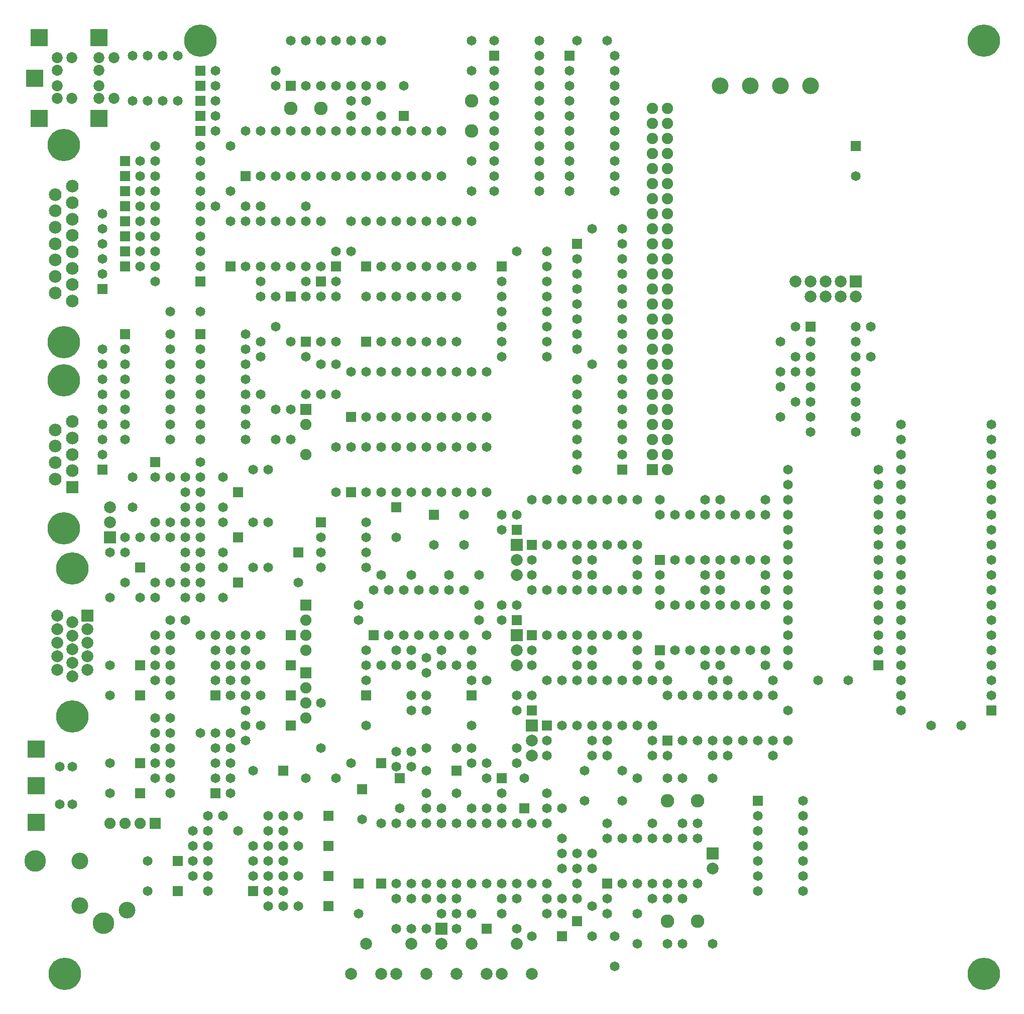
<source format=gts>
G04*
G04  File:            TOPBOARD-V5.3.0.GTS, Sat Oct 04 01:36:21 2025*
G04  Source:          P-CAD 2006 PCB, Version 19.02.958, (D:\PCAD-2006\Projects\Pentagon-4096\Hardware\TopBoard-v5.3.0.PCB)*
G04  Format:          Gerber Format (RS-274-D), ASCII*
G04*
G04  Format Options:  Absolute Positioning*
G04                   Leading-Zero Suppression*
G04                   Scale Factor 1:1*
G04                   NO Circular Interpolation*
G04                   Inch Units*
G04                   Numeric Format: 4.4 (XXXX.XXXX)*
G04                   G54 NOT Used for Aperture Change*
G04                   Apertures Embedded*
G04*
G04  File Options:    Offset = (0.0mil,0.0mil)*
G04                   Drill Symbol Size = 80.0mil*
G04                   No Pad/Via Holes*
G04*
G04  File Contents:   Pads*
G04                   No Vias*
G04                   No Designators*
G04                   No Types*
G04                   No Values*
G04                   No Drill Symbols*
G04                   Top Mask*
G04*
%INTOPBOARD-V5.3.0.GTS*%
%ICAS*%
%MOIN*%
G04*
G04  Aperture MACROs for general use --- invoked via D-code assignment *
G04*
G04  General MACRO for flashed round with rotation and/or offset hole *
%AMROTOFFROUND*
1,1,$1,0.0000,0.0000*
1,0,$2,$3,$4*%
G04*
G04  General MACRO for flashed oval (obround) with rotation and/or offset hole *
%AMROTOFFOVAL*
21,1,$1,$2,0.0000,0.0000,$3*
1,1,$4,$5,$6*
1,1,$4,0-$5,0-$6*
1,0,$7,$8,$9*%
G04*
G04  General MACRO for flashed oval (obround) with rotation and no hole *
%AMROTOVALNOHOLE*
21,1,$1,$2,0.0000,0.0000,$3*
1,1,$4,$5,$6*
1,1,$4,0-$5,0-$6*%
G04*
G04  General MACRO for flashed rectangle with rotation and/or offset hole *
%AMROTOFFRECT*
21,1,$1,$2,0.0000,0.0000,$3*
1,0,$4,$5,$6*%
G04*
G04  General MACRO for flashed rectangle with rotation and no hole *
%AMROTRECTNOHOLE*
21,1,$1,$2,0.0000,0.0000,$3*%
G04*
G04  General MACRO for flashed rounded-rectangle *
%AMROUNDRECT*
21,1,$1,$2-$4,0.0000,0.0000,$3*
21,1,$1-$4,$2,0.0000,0.0000,$3*
1,1,$4,$5,$6*
1,1,$4,$7,$8*
1,1,$4,0-$5,0-$6*
1,1,$4,0-$7,0-$8*
1,0,$9,$10,$11*%
G04*
G04  General MACRO for flashed rounded-rectangle with rotation and no hole *
%AMROUNDRECTNOHOLE*
21,1,$1,$2-$4,0.0000,0.0000,$3*
21,1,$1-$4,$2,0.0000,0.0000,$3*
1,1,$4,$5,$6*
1,1,$4,$7,$8*
1,1,$4,0-$5,0-$6*
1,1,$4,0-$7,0-$8*%
G04*
G04  General MACRO for flashed regular polygon *
%AMREGPOLY*
5,1,$1,0.0000,0.0000,$2,$3+$4*
1,0,$5,$6,$7*%
G04*
G04  General MACRO for flashed regular polygon with no hole *
%AMREGPOLYNOHOLE*
5,1,$1,0.0000,0.0000,$2,$3+$4*%
G04*
G04  General MACRO for target *
%AMTARGET*
6,0,0,$1,$2,$3,4,$4,$5,$6*%
G04*
G04  General MACRO for mounting hole *
%AMMTHOLE*
1,1,$1,0,0*
1,0,$2,0,0*
$1=$1-$2*
$1=$1/2*
21,1,$2+$1,$3,0,0,$4*
21,1,$3,$2+$1,0,0,$4*%
G04*
G04*
G04  D10 : "Ellipse X10.0mil Y10.0mil H0.0mil 0.0deg (0.0mil,0.0mil) Draw"*
G04  Disc: OuterDia=0.0100*
%ADD10C, 0.0100*%
G04  D11 : "Ellipse X15.0mil Y15.0mil H0.0mil 0.0deg (0.0mil,0.0mil) Draw"*
G04  Disc: OuterDia=0.0150*
%ADD11C, 0.0150*%
G04  D12 : "Ellipse X16.0mil Y16.0mil H0.0mil 0.0deg (0.0mil,0.0mil) Draw"*
G04  Disc: OuterDia=0.0160*
%ADD12C, 0.0160*%
G04  D13 : "Ellipse X20.0mil Y20.0mil H0.0mil 0.0deg (0.0mil,0.0mil) Draw"*
G04  Disc: OuterDia=0.0200*
%ADD13C, 0.0200*%
G04  D14 : "Ellipse X25.0mil Y25.0mil H0.0mil 0.0deg (0.0mil,0.0mil) Draw"*
G04  Disc: OuterDia=0.0250*
%ADD14C, 0.0250*%
G04  D15 : "Ellipse X30.0mil Y30.0mil H0.0mil 0.0deg (0.0mil,0.0mil) Draw"*
G04  Disc: OuterDia=0.0300*
%ADD15C, 0.0300*%
G04  D16 : "Ellipse X40.0mil Y40.0mil H0.0mil 0.0deg (0.0mil,0.0mil) Draw"*
G04  Disc: OuterDia=0.0400*
%ADD16C, 0.0400*%
G04  D17 : "Ellipse X5.0mil Y5.0mil H0.0mil 0.0deg (0.0mil,0.0mil) Draw"*
G04  Disc: OuterDia=0.0050*
%ADD17C, 0.0050*%
G04  D18 : "Ellipse X6.0mil Y6.0mil H0.0mil 0.0deg (0.0mil,0.0mil) Draw"*
G04  Disc: OuterDia=0.0060*
%ADD18C, 0.0060*%
G04  D19 : "Ellipse X8.0mil Y8.0mil H0.0mil 0.0deg (0.0mil,0.0mil) Draw"*
G04  Disc: OuterDia=0.0080*
%ADD19C, 0.0080*%
G04  D20 : "Ellipse X9.8mil Y9.8mil H0.0mil 0.0deg (0.0mil,0.0mil) Draw"*
G04  Disc: OuterDia=0.0098*
%ADD20C, 0.0098*%
G04  D21 : "Ellipse X9.8mil Y9.8mil H0.0mil 0.0deg (0.0mil,0.0mil) Draw"*
G04  Disc: OuterDia=0.0098*
%ADD21C, 0.0098*%
G04  D22 : "Ellipse X111.0mil Y111.0mil H0.0mil 0.0deg (0.0mil,0.0mil) Flash"*
G04  Disc: OuterDia=0.1110*
%ADD22C, 0.1110*%
G04  D23 : "Ellipse X128.0mil Y128.0mil H0.0mil 0.0deg (0.0mil,0.0mil) Flash"*
G04  Disc: OuterDia=0.1280*
%ADD23C, 0.1280*%
G04  D24 : "Ellipse X143.0mil Y143.0mil H0.0mil 0.0deg (0.0mil,0.0mil) Flash"*
G04  Disc: OuterDia=0.1430*
%ADD24C, 0.1430*%
G04  D25 : "Ellipse X200.0mil Y200.0mil H0.0mil 0.0deg (0.0mil,0.0mil) Flash"*
G04  Disc: OuterDia=0.2000*
%ADD25C, 0.2000*%
G04  D26 : "Ellipse X215.0mil Y215.0mil H0.0mil 0.0deg (0.0mil,0.0mil) Flash"*
G04  Disc: OuterDia=0.2150*
%ADD26C, 0.2150*%
G04  D27 : "Ellipse X50.0mil Y50.0mil H0.0mil 0.0deg (0.0mil,0.0mil) Flash"*
G04  Disc: OuterDia=0.0500*
%ADD27C, 0.0500*%
G04  D28 : "Ellipse X58.0mil Y58.0mil H0.0mil 0.0deg (0.0mil,0.0mil) Flash"*
G04  Disc: OuterDia=0.0580*
%ADD28C, 0.0580*%
G04  D29 : "Ellipse X60.0mil Y60.0mil H0.0mil 0.0deg (0.0mil,0.0mil) Flash"*
G04  Disc: OuterDia=0.0600*
%ADD29C, 0.0600*%
G04  D30 : "Ellipse X64.0mil Y64.0mil H0.0mil 0.0deg (0.0mil,0.0mil) Flash"*
G04  Disc: OuterDia=0.0640*
%ADD30C, 0.0640*%
G04  D31 : "Ellipse X65.0mil Y65.0mil H0.0mil 0.0deg (0.0mil,0.0mil) Flash"*
G04  Disc: OuterDia=0.0650*
%ADD31C, 0.0650*%
G04  D32 : "Ellipse X69.0mil Y69.0mil H0.0mil 0.0deg (0.0mil,0.0mil) Flash"*
G04  Disc: OuterDia=0.0690*
%ADD32C, 0.0690*%
G04  D33 : "Ellipse X73.0mil Y73.0mil H0.0mil 0.0deg (0.0mil,0.0mil) Flash"*
G04  Disc: OuterDia=0.0730*
%ADD33C, 0.0730*%
G04  D34 : "Ellipse X75.0mil Y75.0mil H0.0mil 0.0deg (0.0mil,0.0mil) Flash"*
G04  Disc: OuterDia=0.0750*
%ADD34C, 0.0750*%
G04  D35 : "Ellipse X79.0mil Y79.0mil H0.0mil 0.0deg (0.0mil,0.0mil) Flash"*
G04  Disc: OuterDia=0.0790*
%ADD35C, 0.0790*%
G04  D36 : "Ellipse X84.0mil Y84.0mil H0.0mil 0.0deg (0.0mil,0.0mil) Flash"*
G04  Disc: OuterDia=0.0840*
%ADD36C, 0.0840*%
G04  D37 : "Ellipse X90.0mil Y90.0mil H0.0mil 0.0deg (0.0mil,0.0mil) Flash"*
G04  Disc: OuterDia=0.0900*
%ADD37C, 0.0900*%
G04  D38 : "Ellipse X96.0mil Y96.0mil H0.0mil 0.0deg (0.0mil,0.0mil) Flash"*
G04  Disc: OuterDia=0.0960*
%ADD38C, 0.0960*%
G04  D39 : "Rectangle X114.0mil Y114.0mil H0.0mil 0.0deg (0.0mil,0.0mil) Flash"*
G04  Square: Side=0.1140, Rotation=0.0, OffsetX=0.0000, OffsetY=0.0000, HoleDia=0.0000*
%ADD39R, 0.1140 X0.1140*%
G04  D40 : "Rectangle X50.0mil Y50.0mil H0.0mil 0.0deg (0.0mil,0.0mil) Flash"*
G04  Square: Side=0.0500, Rotation=0.0, OffsetX=0.0000, OffsetY=0.0000, HoleDia=0.0000*
%ADD40R, 0.0500 X0.0500*%
G04  D41 : "Rectangle X60.0mil Y60.0mil H0.0mil 0.0deg (0.0mil,0.0mil) Flash"*
G04  Square: Side=0.0600, Rotation=0.0, OffsetX=0.0000, OffsetY=0.0000, HoleDia=0.0000*
%ADD41R, 0.0600 X0.0600*%
G04  D42 : "Rectangle X64.0mil Y64.0mil H0.0mil 0.0deg (0.0mil,0.0mil) Flash"*
G04  Square: Side=0.0640, Rotation=0.0, OffsetX=0.0000, OffsetY=0.0000, HoleDia=0.0000*
%ADD42R, 0.0640 X0.0640*%
G04  D43 : "Rectangle X65.0mil Y65.0mil H0.0mil 0.0deg (0.0mil,0.0mil) Flash"*
G04  Square: Side=0.0650, Rotation=0.0, OffsetX=0.0000, OffsetY=0.0000, HoleDia=0.0000*
%ADD43R, 0.0650 X0.0650*%
G04  D44 : "Rectangle X69.0mil Y69.0mil H0.0mil 0.0deg (0.0mil,0.0mil) Flash"*
G04  Square: Side=0.0690, Rotation=0.0, OffsetX=0.0000, OffsetY=0.0000, HoleDia=0.0000*
%ADD44R, 0.0690 X0.0690*%
G04  D45 : "Rectangle X75.0mil Y75.0mil H0.0mil 0.0deg (0.0mil,0.0mil) Flash"*
G04  Square: Side=0.0750, Rotation=0.0, OffsetX=0.0000, OffsetY=0.0000, HoleDia=0.0000*
%ADD45R, 0.0750 X0.0750*%
G04  D46 : "Rectangle X79.0mil Y79.0mil H0.0mil 0.0deg (0.0mil,0.0mil) Flash"*
G04  Square: Side=0.0790, Rotation=0.0, OffsetX=0.0000, OffsetY=0.0000, HoleDia=0.0000*
%ADD46R, 0.0790 X0.0790*%
G04  D47 : "Rectangle X84.0mil Y84.0mil H0.0mil 0.0deg (0.0mil,0.0mil) Flash"*
G04  Square: Side=0.0840, Rotation=0.0, OffsetX=0.0000, OffsetY=0.0000, HoleDia=0.0000*
%ADD47R, 0.0840 X0.0840*%
G04  D48 : "Rectangle X99.0mil Y99.0mil H0.0mil 0.0deg (0.0mil,0.0mil) Flash"*
G04  Square: Side=0.0990, Rotation=0.0, OffsetX=0.0000, OffsetY=0.0000, HoleDia=0.0000*
%ADD48R, 0.0990 X0.0990*%
G04  D49 : "Ellipse X30.0mil Y30.0mil H0.0mil 0.0deg (0.0mil,0.0mil) Flash"*
G04  Disc: OuterDia=0.0300*
%ADD49C, 0.0300*%
G04  D50 : "Ellipse X45.0mil Y45.0mil H0.0mil 0.0deg (0.0mil,0.0mil) Flash"*
G04  Disc: OuterDia=0.0450*
%ADD50C, 0.0450*%
G04*
%FSLAX44Y44*%
%SFA1B1*%
%OFA0.0000B0.0000*%
G04*
G70*
G90*
G01*
D2*
%LNTop Mask*%
D31*
X110000Y175000D3*
Y176000D3*
X108500Y188500D3*
Y186500D3*
X118000Y198500D3*
Y200500D3*
X129500Y182000D3*
X131500D3*
X131000Y209500D3*
Y207500D3*
X151500Y192500D3*
Y194500D3*
Y197500D3*
Y195500D3*
X110000Y171500D3*
Y170500D3*
Y177000D3*
Y178000D3*
X109000Y180500D3*
X110000D3*
Y188500D3*
Y185500D3*
X109500Y216500D3*
Y213500D3*
X108500Y216500D3*
Y213500D3*
X112500Y162000D3*
Y163000D3*
Y164000D3*
Y165000D3*
X111500Y216500D3*
Y213500D3*
X115000Y167500D3*
Y168500D3*
Y174000D3*
Y175000D3*
Y210500D3*
Y207500D3*
X119000Y193000D3*
Y191000D3*
X118000Y193000D3*
Y191000D3*
D43*
X119000Y200500D3*
D31*
Y197500D3*
X121000Y170500D3*
Y173500D3*
X122000Y187500D3*
Y190500D3*
Y200500D3*
Y197500D3*
X121000D3*
Y200500D3*
Y194000D3*
Y196000D3*
X122000Y194000D3*
Y196000D3*
X127000Y158500D3*
Y160500D3*
X128000Y158500D3*
Y160500D3*
X127000Y177000D3*
Y176000D3*
X130000Y158500D3*
Y159500D3*
X130500Y186000D3*
Y184000D3*
D37*
X131000Y211500D3*
Y213500D3*
D31*
X134000Y158500D3*
Y160500D3*
X133000Y167500D3*
Y166500D3*
Y179000D3*
Y180000D3*
X134000Y173000D3*
Y174000D3*
X137000Y164500D3*
Y166500D3*
X136000D3*
Y167500D3*
X137000Y163500D3*
Y162500D3*
X139000Y163500D3*
Y162500D3*
X142000Y178000D3*
Y181000D3*
X143000Y172000D3*
Y175000D3*
X142000Y184000D3*
Y187000D3*
X152000Y171000D3*
Y173000D3*
X157500Y196500D3*
Y198500D3*
X106500Y190000D3*
Y191000D3*
Y193000D3*
Y194000D3*
Y196000D3*
Y197000D3*
D43*
Y189000D3*
D31*
Y192000D3*
Y195000D3*
X107000Y180500D3*
Y183500D3*
X106500Y203000D3*
Y202000D3*
Y205000D3*
Y206000D3*
D43*
Y201000D3*
D31*
Y204000D3*
X110000Y168500D3*
Y169500D3*
Y181500D3*
Y184500D3*
X115000Y169500D3*
Y170500D3*
X131000Y166500D3*
Y169500D3*
Y215500D3*
Y217500D3*
D43*
X109000Y169500D3*
D31*
X107000D3*
X117500Y160000D3*
X118500D3*
X117500Y164000D3*
X118500D3*
X117500Y166000D3*
X118500D3*
X114500D3*
X113500D3*
X111000Y171500D3*
X113000D3*
X116000Y176000D3*
Y175000D3*
X114000Y178000D3*
X115000D3*
X113000D3*
X111000D3*
X112000Y181500D3*
X113000D3*
X112000Y184500D3*
X113000D3*
X112000Y187500D3*
X113000D3*
X120000Y194000D3*
X117000D3*
Y196500D3*
X120000D3*
X111000Y199500D3*
X113000D3*
X117000Y201500D3*
X120000D3*
D43*
X113000Y211500D3*
D31*
X114000D3*
X118000Y215500D3*
Y214500D3*
D43*
X113000D3*
D31*
X114000D3*
D26*
X113000Y217500D3*
D31*
X133000Y160500D3*
X130000D3*
D43*
X123500Y161500D3*
D31*
Y159500D3*
D43*
X125000Y169500D3*
D31*
X123000D3*
X125000Y176000D3*
X126000D3*
X124000Y175000D3*
Y176000D3*
X130000D3*
X129000D3*
X127000Y182000D3*
X125000D3*
X142000Y157500D3*
X144000D3*
X140000Y159500D3*
X142000D3*
X143000Y160500D3*
X140000D3*
X136000D3*
X137000D3*
X143000Y165500D3*
X140000D3*
X142000Y168500D3*
X144000D3*
X143000Y170000D3*
X140000D3*
X139000D3*
X136000D3*
X142000Y176000D3*
X139000D3*
X138000D3*
X135000D3*
X142000Y182000D3*
X139000D3*
X138000D3*
X135000D3*
X141000Y196000D3*
X139000D3*
Y205000D3*
X141000D3*
X138000Y217500D3*
X140000D3*
X148000Y170000D3*
X151000D3*
X148000Y175000D3*
X151000D3*
X147500Y176000D3*
X150500D3*
X156000Y175000D3*
X154000D3*
X147500Y182000D3*
X150500D3*
X147500Y181000D3*
X150500D3*
X147500Y187000D3*
X150500D3*
X163500Y172000D3*
X161500D3*
D26*
X165000Y217500D3*
X104000Y155500D3*
D43*
X109000Y167500D3*
D31*
X107000D3*
D43*
X109000Y174000D3*
D31*
X107000D3*
D43*
X109000Y176000D3*
D31*
X107000D3*
D35*
Y186500D3*
D46*
Y184500D3*
D35*
Y185500D3*
D31*
X117500Y162000D3*
X118500D3*
X117500Y165000D3*
X118500D3*
X115500D3*
X113500D3*
X116500Y163000D3*
Y164000D3*
D43*
Y161000D3*
D31*
X113500Y163000D3*
Y164000D3*
Y161000D3*
X116500Y162000D3*
X113500D3*
X116000Y178000D3*
Y177000D3*
Y174000D3*
Y173000D3*
Y172000D3*
Y171000D3*
X114000Y171500D3*
X115000D3*
Y176000D3*
Y177000D3*
X112000Y179000D3*
X111000D3*
X113000Y180500D3*
X112000D3*
D43*
X119000Y178000D3*
D31*
X117000D3*
D43*
X119000Y176000D3*
D31*
X117000D3*
D43*
X119000Y174000D3*
D31*
X117000D3*
D43*
X119000Y172000D3*
D31*
X117000D3*
X114000Y176000D3*
Y177000D3*
D43*
Y174000D3*
D31*
X111000Y176000D3*
Y177000D3*
Y174000D3*
X114000Y175000D3*
X111000D3*
X114500Y185500D3*
Y183500D3*
D43*
X115500Y184500D3*
D31*
X114500Y188500D3*
Y186500D3*
D43*
X115500Y187500D3*
D31*
X113000Y183500D3*
X112000D3*
Y185500D3*
X113000D3*
Y186500D3*
X112000D3*
Y188500D3*
X113000D3*
X111000D3*
Y185500D3*
X116500Y182500D3*
X117500D3*
X116500Y185500D3*
X117500D3*
X116500Y189000D3*
X117500D3*
D43*
X110000Y189500D3*
D31*
X113000D3*
X117000Y197500D3*
Y200500D3*
D43*
X120000Y197500D3*
D31*
Y200500D3*
X110500Y216500D3*
Y213500D3*
X120000Y206500D3*
X117000D3*
X116000D3*
X114000D3*
D43*
X113000Y212500D3*
D31*
X114000D3*
D43*
X113000Y213500D3*
D31*
X114000D3*
D43*
X113000Y215500D3*
D31*
X114000D3*
D43*
X132000Y158500D3*
D31*
X133000Y159500D3*
X131000D3*
X126000Y158500D3*
Y160500D3*
X128000Y167500D3*
X130000D3*
X132000Y168500D3*
Y166500D3*
D43*
X126250Y168500D3*
D31*
Y166500D3*
D43*
X123750Y167750D3*
D31*
Y165750D3*
X129000Y159500D3*
Y160500D3*
X128000Y166500D3*
X129000D3*
X128000Y174000D3*
Y173000D3*
Y175500D3*
Y176500D3*
X127000Y174000D3*
Y173000D3*
X126000Y177000D3*
X124000D3*
D43*
Y174000D3*
D31*
Y172000D3*
X129000Y177000D3*
X131000D3*
D43*
Y174000D3*
D31*
Y172000D3*
X128000Y170500D3*
X130000D3*
X123500Y179000D3*
Y180000D3*
X126000Y170250D3*
X127000D3*
X132000Y175000D3*
Y178000D3*
X131000Y175000D3*
Y176000D3*
X128500Y178000D3*
X129500D3*
X126500D3*
X125500D3*
X129500Y181000D3*
X128500D3*
X125500D3*
X126500D3*
X127500Y178000D3*
X130500D3*
D43*
X124500D3*
D31*
X130500Y181000D3*
X127500D3*
X124500D3*
D43*
X126000Y186500D3*
D31*
Y184500D3*
D43*
X128500Y186000D3*
D31*
Y184000D3*
X131000Y187500D3*
X132000D3*
X128000D3*
X129000D3*
X125000D3*
X126000D3*
D43*
X123000D3*
D31*
X131000Y190500D3*
X132000D3*
X128000D3*
X129000D3*
X125000D3*
X126000D3*
X123000D3*
X130000Y187500D3*
X127000D3*
X124000D3*
X130000Y190500D3*
X127000D3*
X124000D3*
X128000Y197500D3*
X129000D3*
X126000D3*
X125000D3*
X129000Y200500D3*
X128000D3*
X125000D3*
X126000D3*
X127000Y197500D3*
X130000D3*
D43*
X124000D3*
D31*
X130000Y200500D3*
X127000D3*
X124000D3*
X123000Y213500D3*
X124000D3*
X125000Y212500D3*
X123000D3*
D43*
X126500D3*
D31*
Y214500D3*
D43*
X138000Y159000D3*
D31*
X139000Y158000D3*
Y160000D3*
X141000Y169000D3*
Y167000D3*
X136000Y159500D3*
X137000D3*
X138000Y160500D3*
Y161500D3*
Y162500D3*
Y163500D3*
X143000Y171000D3*
X140000D3*
X139000D3*
X136000D3*
X142000Y177000D3*
X139000D3*
X138000D3*
X135000D3*
D43*
Y173000D3*
D31*
Y174000D3*
X139000Y178000D3*
X140000D3*
X137000D3*
X136000D3*
X140000Y181000D3*
X139000D3*
X136000D3*
X137000D3*
X138000Y178000D3*
X141000D3*
D43*
X135000D3*
D31*
X141000Y181000D3*
X138000D3*
X135000D3*
X140000Y172000D3*
X141000D3*
X138000D3*
X137000D3*
X141000Y175000D3*
X140000D3*
X137000D3*
X138000D3*
X139000Y172000D3*
X142000D3*
D43*
X136000D3*
D31*
X142000Y175000D3*
X139000D3*
X136000D3*
X142000Y183000D3*
X139000D3*
X138000D3*
X135000D3*
X139000Y184000D3*
X140000D3*
X137000D3*
X136000D3*
X140000Y187000D3*
X139000D3*
X136000D3*
X137000D3*
X138000Y184000D3*
X141000D3*
D43*
X135000D3*
D31*
X141000Y187000D3*
X138000D3*
X135000D3*
X134000Y203500D3*
X136000D3*
X138000Y197000D3*
Y200000D3*
Y199000D3*
Y202000D3*
Y203000D3*
X141000Y197000D3*
Y199000D3*
Y200000D3*
Y203000D3*
Y202000D3*
X138000Y201000D3*
Y198000D3*
D43*
Y204000D3*
D31*
X141000Y198000D3*
Y201000D3*
Y204000D3*
X137500Y208500D3*
Y207500D3*
Y211500D3*
Y210500D3*
Y214500D3*
Y213500D3*
D43*
Y216500D3*
D31*
X140500Y208500D3*
Y207500D3*
Y211500D3*
Y210500D3*
Y214500D3*
Y213500D3*
Y216500D3*
X137500Y209500D3*
Y212500D3*
Y215500D3*
X140500Y209500D3*
Y212500D3*
Y215500D3*
X150000Y163000D3*
Y162000D3*
Y165000D3*
Y166000D3*
X153000Y162000D3*
Y163000D3*
Y166000D3*
Y165000D3*
X150000Y164000D3*
Y161000D3*
D43*
Y167000D3*
D31*
X153000Y161000D3*
Y164000D3*
Y167000D3*
D35*
X147000Y162500D3*
D46*
Y163500D3*
D31*
X152500Y196500D3*
Y198500D3*
D26*
X165000Y155500D3*
D31*
X104500Y166750D3*
X103687D3*
D39*
X102125Y168000D3*
Y170437D3*
D31*
X103687Y169250D3*
X104500D3*
D39*
X102125Y165562D3*
D36*
X103381Y190544D3*
Y191634D3*
Y188364D3*
Y189454D3*
X104501Y191089D3*
Y192179D3*
Y188909D3*
D47*
Y187819D3*
D36*
Y189999D3*
D26*
X103944Y194912D3*
Y185075D3*
D35*
X103500Y179300D3*
Y178400D3*
X104500Y178850D3*
Y177950D3*
X103500Y176600D3*
Y175700D3*
X104500Y177050D3*
Y176150D3*
Y175250D3*
X105500Y178400D3*
D46*
Y179300D3*
D35*
Y176600D3*
Y175700D3*
X103500Y177500D3*
X105500Y177499D3*
D26*
X104500Y182412D3*
Y172575D3*
D33*
X107279Y216338D3*
X104484D3*
X107279Y213661D3*
X104484D3*
X103500Y216338D3*
Y215511D3*
X106295Y216338D3*
Y215511D3*
X103500Y214488D3*
Y213661D3*
X106295Y214488D3*
Y213661D3*
D39*
X102003Y215000D3*
X102318Y217677D3*
Y212322D3*
X106295Y217677D3*
Y212322D3*
D31*
X114500Y182500D3*
Y180500D3*
D43*
X115500Y181500D3*
D31*
X112000Y182500D3*
X113000D3*
X111000Y184500D3*
Y181500D3*
D43*
X119500Y183500D3*
D31*
Y181500D3*
D43*
X118500Y169000D3*
D31*
X116500D3*
D34*
X120000Y192000D3*
D45*
Y193000D3*
D34*
Y190000D3*
D31*
X113000Y191000D3*
Y194000D3*
Y193000D3*
Y196000D3*
Y197000D3*
X116000Y191000D3*
Y193000D3*
Y194000D3*
Y197000D3*
Y196000D3*
X113000Y195000D3*
Y192000D3*
D43*
Y198000D3*
D31*
X116000Y192000D3*
Y195000D3*
Y198000D3*
X114000Y169500D3*
Y170500D3*
D43*
Y167500D3*
D31*
X111000Y169500D3*
Y170500D3*
Y167500D3*
X114000Y168500D3*
X111000D3*
X113000Y209500D3*
Y210500D3*
Y206500D3*
Y207500D3*
Y203500D3*
Y204500D3*
D43*
Y201500D3*
D31*
X110000Y209500D3*
Y210500D3*
Y206500D3*
Y207500D3*
Y203500D3*
Y204500D3*
Y201500D3*
X113000Y208500D3*
Y205500D3*
Y202500D3*
X110000Y208500D3*
Y205500D3*
Y202500D3*
D35*
X130000Y155500D3*
X132000D3*
X131000Y157500D3*
D31*
X126000Y169250D3*
X127000D3*
D35*
X126000Y155500D3*
X128000D3*
X127000Y157500D3*
X123000Y155500D3*
X125000D3*
X124000Y157500D3*
D31*
X131500Y179000D3*
Y180000D3*
D43*
X130000Y169000D3*
D31*
X128000D3*
D35*
X129000Y157500D3*
D46*
Y158500D3*
D31*
X131000Y192500D3*
X132000D3*
X128000D3*
X129000D3*
X125000D3*
X126000D3*
D43*
X123000D3*
D31*
X131000Y195500D3*
X132000D3*
X128000D3*
X129000D3*
X125000D3*
X126000D3*
X123000D3*
X130000Y192500D3*
X127000D3*
X124000D3*
X130000Y195500D3*
X127000D3*
X124000D3*
X123000Y203500D3*
Y205500D3*
X131000Y202500D3*
X128000D3*
X129000D3*
X126000D3*
X125000D3*
X131000Y205500D3*
X129000D3*
X128000D3*
X125000D3*
X126000D3*
X127000Y202500D3*
X130000D3*
D43*
X124000D3*
D31*
X130000Y205500D3*
X127000D3*
X124000D3*
X138500Y169000D3*
Y167000D3*
X140500Y158000D3*
Y156000D3*
D43*
X137000Y158000D3*
D31*
X135000D3*
X141000Y193000D3*
Y194000D3*
Y191000D3*
Y190000D3*
X138000Y194000D3*
Y193000D3*
Y190000D3*
Y191000D3*
X141000Y192000D3*
Y195000D3*
D43*
Y189000D3*
D31*
X138000Y195000D3*
Y192000D3*
Y189000D3*
X152500Y193500D3*
Y195500D3*
X153500Y191500D3*
Y194500D3*
Y193500D3*
Y196500D3*
Y197500D3*
X156500Y191500D3*
Y193500D3*
Y194500D3*
Y197500D3*
Y196500D3*
X153500Y195500D3*
Y192500D3*
D43*
Y198500D3*
D31*
X156500Y192500D3*
Y195500D3*
Y198500D3*
X165500Y192000D3*
Y189000D3*
Y190000D3*
Y186000D3*
Y187000D3*
Y183000D3*
Y184000D3*
Y180000D3*
Y181000D3*
Y177000D3*
Y178000D3*
Y175000D3*
Y174000D3*
X159500Y192000D3*
Y190000D3*
Y189000D3*
Y187000D3*
Y186000D3*
Y184000D3*
Y183000D3*
Y181000D3*
Y180000D3*
Y177000D3*
Y178000D3*
Y175000D3*
Y174000D3*
X165500Y182000D3*
Y185000D3*
Y188000D3*
Y191000D3*
Y176000D3*
Y179000D3*
D43*
Y173000D3*
D31*
X159500Y191000D3*
Y188000D3*
Y185000D3*
Y182000D3*
Y179000D3*
Y176000D3*
Y173000D3*
D36*
X103379Y205089D3*
Y206179D3*
Y202910D3*
Y201820D3*
X104499Y207814D3*
Y204544D3*
Y205634D3*
X104499Y202365D3*
X104499Y203454D3*
X104499Y200185D3*
X103379Y203999D3*
Y207269D3*
Y200730D3*
X104499Y206724D3*
D26*
X103943Y210547D3*
D36*
X104499Y201275D3*
D26*
X103943Y197440D3*
D31*
X147000Y157500D3*
X145000D3*
X117500Y161000D3*
X118500D3*
X145000Y160500D3*
X144000D3*
X117500Y163000D3*
X118500D3*
D37*
X144000Y167000D3*
X146000D3*
D43*
X133000Y168500D3*
D31*
X134000Y169500D3*
X132000D3*
X147000Y168500D3*
X145000D3*
X144000Y170000D3*
X147000D3*
X111000Y172500D3*
X110000D3*
X144000Y175000D3*
X147000D3*
X143500Y176000D3*
X146500D3*
X143500Y182000D3*
X146500D3*
X143500Y181000D3*
X146500D3*
X108000Y184500D3*
X109000D3*
X143500Y187000D3*
X146500D3*
D43*
X108000Y202500D3*
D31*
X109000D3*
D43*
X108000Y205500D3*
D31*
X109000D3*
D43*
X108000Y208500D3*
D31*
X109000D3*
X132500Y217500D3*
X135500D3*
D37*
X144000Y159000D3*
X146000D3*
D43*
X121500Y166000D3*
D31*
X119500D3*
D43*
X121500Y160000D3*
D31*
X119500D3*
D43*
X121500Y162000D3*
D31*
X119500D3*
D43*
X121500Y164000D3*
D31*
X119500D3*
D43*
X111500Y161000D3*
D31*
X109500D3*
D43*
X111500Y163000D3*
D31*
X109500D3*
D43*
X134500Y166500D3*
D31*
Y168500D3*
D45*
X110000Y165500D3*
D34*
X109000D3*
X107000D3*
X108000D3*
D31*
X146000D3*
X145000D3*
X144000Y161500D3*
X145000D3*
X142000D3*
X141000D3*
X145000Y164500D3*
X144000D3*
X142000D3*
X141000D3*
X143000Y161500D3*
X146000D3*
D43*
X140000D3*
D31*
X146000Y164500D3*
X143000D3*
X140000D3*
X135000Y161500D3*
X134000D3*
X132000D3*
X131000D3*
X129000D3*
X128000D3*
X126000D3*
D43*
X125000D3*
D31*
X135000Y165500D3*
X134000D3*
X132000D3*
X131000D3*
X129000D3*
X128000D3*
X126000D3*
X125000D3*
X136000Y161500D3*
X133000D3*
X130000D3*
X127000D3*
X136000Y165500D3*
X133000D3*
X130000D3*
X127000D3*
D45*
X120000Y180000D3*
D34*
Y179000D3*
Y177000D3*
Y178000D3*
D45*
Y175500D3*
D34*
Y174500D3*
Y172500D3*
Y173500D3*
D31*
X134000Y170500D3*
X131000D3*
D43*
X134000Y179000D3*
D31*
Y180000D3*
D35*
Y176000D3*
D46*
Y178000D3*
D35*
Y177000D3*
D31*
X150500D3*
X148500D3*
X147500D3*
X145500D3*
X144500D3*
X150500Y180000D3*
X148500D3*
X147500D3*
X144500D3*
X145500D3*
X149500Y177000D3*
X146500D3*
D43*
X143500D3*
D31*
X149500Y180000D3*
X143500D3*
X146500D3*
X133000Y185000D3*
Y186000D3*
D43*
X134000Y185000D3*
D31*
Y186000D3*
X150500Y183000D3*
X148500D3*
X147500D3*
X145500D3*
X144500D3*
X150500Y186000D3*
X148500D3*
X147500D3*
X144500D3*
X145500D3*
X149500Y183000D3*
X146500D3*
D43*
X143500D3*
D31*
X149500Y186000D3*
X143500D3*
X146500D3*
X121000Y183500D3*
Y182500D3*
D43*
Y185500D3*
D31*
X124000Y183500D3*
Y182500D3*
Y185500D3*
X121000Y184500D3*
X124000D3*
D43*
X108000Y203500D3*
D31*
X109000D3*
D43*
X108000Y204500D3*
D31*
X109000D3*
D43*
X121000Y201500D3*
D31*
X122000D3*
X133000Y198500D3*
Y197500D3*
Y200500D3*
Y201500D3*
X136000Y197500D3*
Y198500D3*
Y201500D3*
Y200500D3*
X133000Y199500D3*
Y196500D3*
D43*
Y202500D3*
D31*
X136000Y196500D3*
Y199500D3*
Y202500D3*
D37*
X119000Y213000D3*
X121000D3*
D43*
X108000Y207500D3*
D31*
X109000D3*
D43*
X108000Y209500D3*
D31*
X109000D3*
D43*
X108000Y206500D3*
D31*
X109000D3*
X129000Y208500D3*
Y211500D3*
X127000Y208500D3*
X126000D3*
X127000Y211500D3*
X126000D3*
X124000Y208500D3*
X123000D3*
X124000Y211500D3*
X123000D3*
X121000Y208500D3*
X120000D3*
Y211500D3*
X121000D3*
X118000Y208500D3*
X117000D3*
X118000Y211500D3*
X117000D3*
X128000Y208500D3*
X125000D3*
X122000D3*
X128000Y211500D3*
X125000D3*
X122000D3*
X119000Y208500D3*
D43*
X116000D3*
D31*
X119000Y211500D3*
X116000D3*
X132500Y208500D3*
Y207500D3*
Y211500D3*
Y210500D3*
Y214500D3*
Y213500D3*
D43*
Y216500D3*
D31*
X135500Y208500D3*
Y207500D3*
Y211500D3*
Y210500D3*
Y214500D3*
Y213500D3*
Y216500D3*
X132500Y209500D3*
Y212500D3*
Y215500D3*
X135500Y209500D3*
Y212500D3*
Y215500D3*
D35*
X155500Y201500D3*
X156500Y200500D3*
X155500D3*
D46*
X156500Y201500D3*
D35*
X153500D3*
X152500D3*
X153500Y200500D3*
X154500Y201500D3*
Y200500D3*
D43*
X156500Y210500D3*
D31*
Y208500D3*
X108000Y183500D3*
Y181500D3*
D43*
X109000Y182500D3*
D31*
X122000Y168500D3*
X120000D3*
D35*
X133000Y155500D3*
X135000D3*
X134000Y157500D3*
Y182000D3*
D46*
Y184000D3*
D35*
Y183000D3*
X135000Y170000D3*
D46*
Y172000D3*
D35*
Y171000D3*
D31*
X108000Y191000D3*
Y194000D3*
Y193000D3*
Y196000D3*
Y197000D3*
X111000Y191000D3*
Y193000D3*
Y194000D3*
Y197000D3*
Y196000D3*
X108000Y195000D3*
Y192000D3*
D43*
Y198000D3*
D31*
X111000Y192000D3*
Y195000D3*
Y198000D3*
D43*
X122000Y202500D3*
D31*
Y203500D3*
X123000Y214500D3*
X124000D3*
X121000D3*
X120000D3*
X124000Y217500D3*
X123000D3*
X120000D3*
X121000D3*
X122000Y214500D3*
X125000D3*
D43*
X119000D3*
D31*
X125000Y217500D3*
X122000D3*
X119000D3*
Y202500D3*
X120000D3*
X117000D3*
X116000D3*
X120000Y205500D3*
X119000D3*
X116000D3*
X117000D3*
X118000Y202500D3*
X121000D3*
D43*
X115000D3*
D31*
X121000Y205500D3*
X118000D3*
X115000D3*
X158000Y189000D3*
Y187000D3*
Y186000D3*
Y184000D3*
Y183000D3*
Y181000D3*
Y180000D3*
Y178000D3*
Y177000D3*
X152000Y189000D3*
Y187000D3*
Y186000D3*
Y184000D3*
Y183000D3*
Y180000D3*
Y181000D3*
Y178000D3*
Y177000D3*
X158000Y188000D3*
Y185000D3*
Y182000D3*
Y179000D3*
D43*
Y176000D3*
D31*
X152000Y188000D3*
Y185000D3*
Y182000D3*
Y179000D3*
Y176000D3*
D34*
X144000Y212000D3*
Y213000D3*
Y209000D3*
Y210000D3*
Y206000D3*
Y207000D3*
Y203000D3*
Y204000D3*
Y200000D3*
Y201000D3*
Y197000D3*
Y198000D3*
Y194000D3*
Y195000D3*
Y191000D3*
Y192000D3*
Y189000D3*
Y211000D3*
Y208000D3*
Y205000D3*
Y202000D3*
Y199000D3*
Y196000D3*
Y193000D3*
Y190000D3*
X143000Y212000D3*
Y213000D3*
Y209000D3*
Y210000D3*
Y206000D3*
Y207000D3*
Y203000D3*
Y204000D3*
Y200000D3*
Y201000D3*
Y197000D3*
Y198000D3*
Y194000D3*
Y195000D3*
Y191000D3*
Y192000D3*
D45*
Y189000D3*
D34*
Y211000D3*
Y208000D3*
Y205000D3*
Y202000D3*
Y199000D3*
Y196000D3*
Y193000D3*
Y190000D3*
D31*
X151000Y171000D3*
X149000D3*
X148000D3*
X146000D3*
X145000D3*
X151000Y174000D3*
X149000D3*
X148000D3*
X145000D3*
X146000D3*
X150000Y171000D3*
X147000D3*
D43*
X144000D3*
D31*
X150000Y174000D3*
X144000D3*
X147000D3*
D22*
X105000Y162976D3*
D24*
X102047D3*
D22*
X108149Y159728D3*
X105000Y160023D3*
D24*
X106574Y158862D3*
D22*
X149500Y214500D3*
X151500D3*
X147500D3*
X153500D3*
D02M02*

</source>
